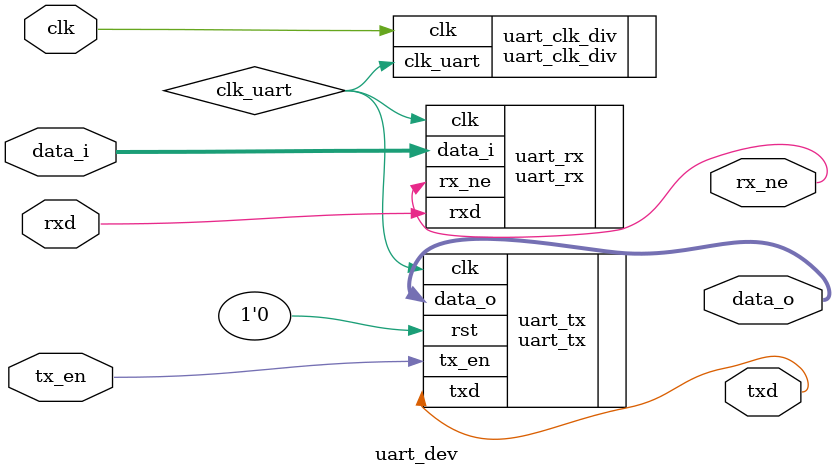
<source format=v>
`timescale 1ns / 1ps


module uart_dev(
    output txd,             /* 发送总线 */
    input rxd,              /* 接收总线 */
    input [7:0] data_i,     /* 接收数据 */
    output [7:0] data_o,    /* 发送数据 */
    input clk,              /* 系统时钟 */
    input tx_en,            /* 发送使能 */
    output rx_ne            /* 接收结束 */
    );

    wire clk_uart;
    // 串口发送模块
    uart_tx uart_tx (
        .clk(clk_uart),
        .txd(txd),
        .rst(1'b0),
        .data_o(data_o),
        .tx_en(tx_en)
    );
    // 串口接收模块
    uart_rx uart_rx (
        .clk(clk_uart),
        .rxd(rxd),
        .data_i(data_i),
        .rx_ne(rx_ne)
    );

    // 时钟模块
    uart_clk_div uart_clk_div (
        .clk(clk),
        .clk_uart(clk_uart)
    );
endmodule

</source>
